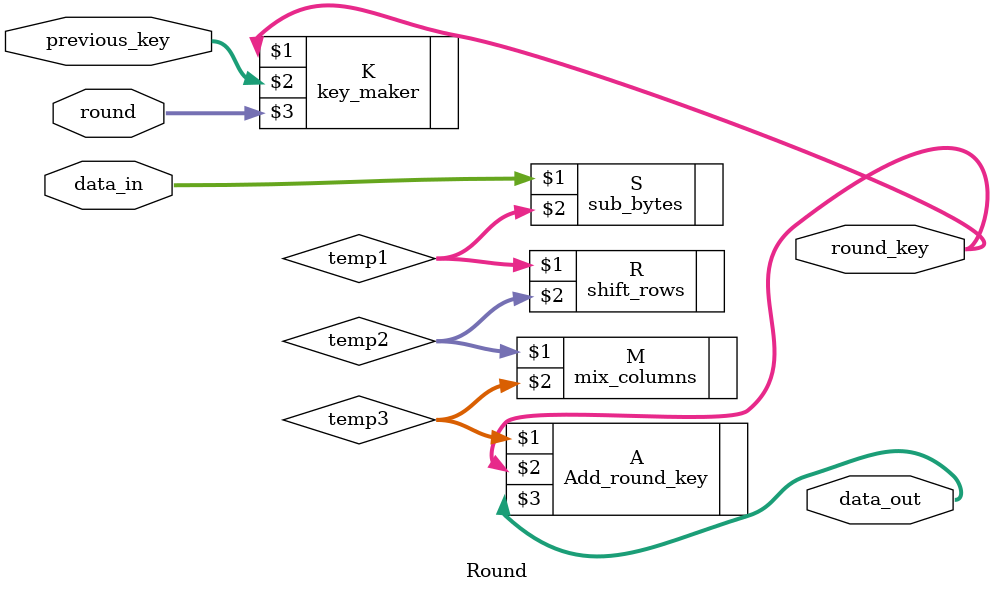
<source format=v>
module Round (data_in,previous_key,round,round_key,data_out);
  input [0:127] data_in,previous_key;
  input [0:3]round;
  output [0:127]round_key,data_out;
  wire [0:127] temp1,temp2,temp3;
  
 
    sub_bytes S (data_in,temp1);
    shift_rows R (temp1,temp2);
    mix_columns M (temp2,temp3);
  key_maker K (round_key, previous_key,round);
  Add_round_key A (temp3,round_key,data_out);
  
endmodule
    //data_in = 128'h003C6E471F4E22740E081B3154590B1A;
    //data_in = 128'h63eb9fa0c02f9392ab30afc720cb2ba2;
//data_in = 128'h632fafa2c0302ba0abcb9f9220eb93c7;
</source>
